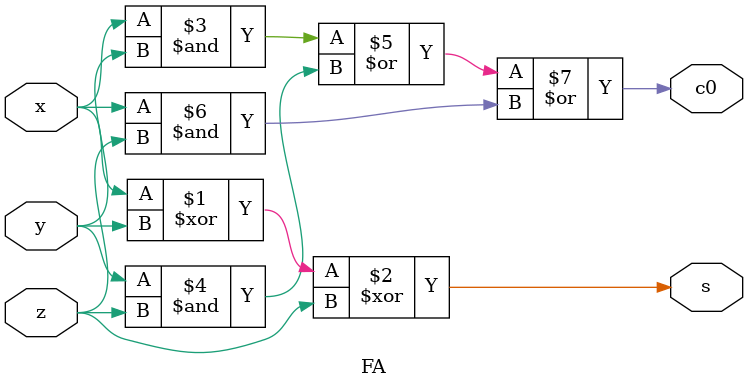
<source format=v>
`timescale 10ns / 1ps



module Multi_4X3bit(
    input [2:0] a,
    input [3:0] b,
    output [6:0] c
    );
    wire [15:0] w;
    wire cin=1'b0;
    and G1(c[0],b[0],a[0]);
    and G2(w[1],b[1],a[0]);
    and G3(w[2],b[2],a[0]);
    and G4(w[3],b[3],a[0]);
    and G5(w[4],b[0],a[1]);
    and G6(w[5],b[1],a[1]);
    and G7(w[6],b[2],a[1]);
    and G8(w[7],b[3],a[1]);
    and G9(w[12],b[0],a[2]);
    and G10(w[13],b[1],a[2]);
    and G11(w[14],b[2],a[2]);
    and G12(w[15],b[3],a[2]);
    
RCA m1(.s({w[10:8],c[1]}), .c4(w[11]), .a({1'b0,w[3:1]}), .b(w[7:4]), .c0(cin)); 
RCA m2(.s(c[5:2]), .c4(c[6]), .a({1'b0,w[10:8]}), .b(w[15:12]), .c0(w[11]));
    
    
endmodule


module RCA(
    input [3:0] a,
    input [3:0] b,
    input c0,
    output [3:0] s,
    output c4
    );
 wire c1,c2,c3;
 
    FA FA1(.s(s[0]), .c0(c1), .x(a[0]), .y(b[0]), .z(c0));
    FA FA2(.s(s[1]), .c0(c2), .x(a[1]), .y(b[1]), .z(c1));
    FA FA3(.s(s[2]), .c0(c3), .x(a[2]), .y(b[2]), .z(c2));
    FA FA4(.s(s[3]), .c0(c4), .x(a[3]), .y(b[3]), .z(c3));
    
endmodule

module FA(s,c0,x,y,z);
output s,c0;
input x,y,z;

assign s=(x^y^z);
assign c0=((x&y)|(y&z)|(x&z));

endmodule

</source>
